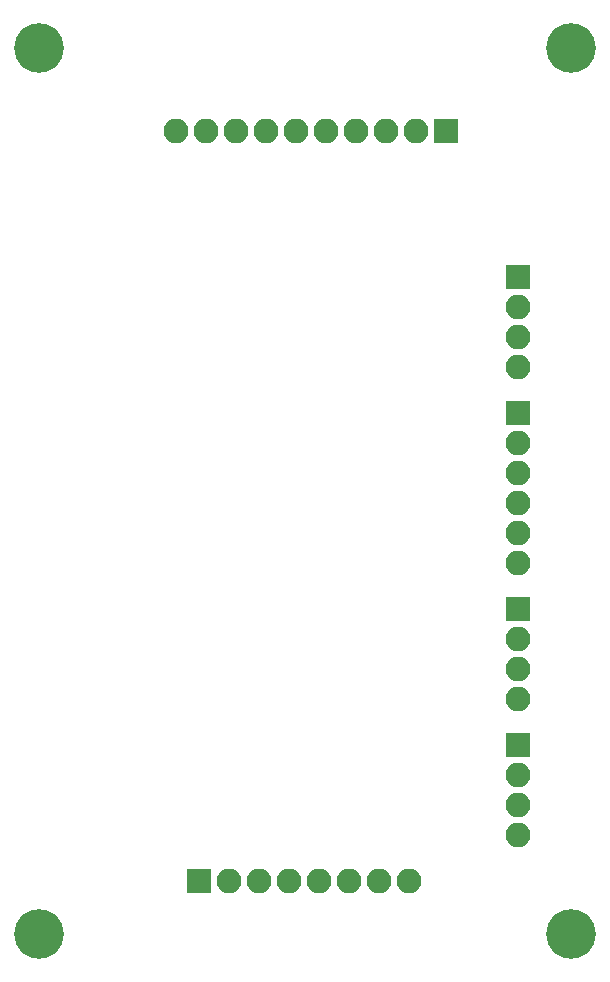
<source format=gbr>
G04 #@! TF.GenerationSoftware,KiCad,Pcbnew,(5.0.0)*
G04 #@! TF.CreationDate,2018-10-11T21:50:58+05:00*
G04 #@! TF.ProjectId,Dev Board,44657620426F6172642E6B696361645F,rev?*
G04 #@! TF.SameCoordinates,Original*
G04 #@! TF.FileFunction,Soldermask,Bot*
G04 #@! TF.FilePolarity,Negative*
%FSLAX46Y46*%
G04 Gerber Fmt 4.6, Leading zero omitted, Abs format (unit mm)*
G04 Created by KiCad (PCBNEW (5.0.0)) date 10/11/18 21:50:58*
%MOMM*%
%LPD*%
G01*
G04 APERTURE LIST*
%ADD10C,4.200000*%
%ADD11R,2.100000X2.100000*%
%ADD12O,2.100000X2.100000*%
G04 APERTURE END LIST*
D10*
G04 #@! TO.C,*
X174500000Y-149900000D03*
G04 #@! TD*
G04 #@! TO.C,*
X174500000Y-74900000D03*
G04 #@! TD*
G04 #@! TO.C,*
X129500000Y-74900000D03*
G04 #@! TD*
G04 #@! TO.C,*
X129500000Y-149900000D03*
G04 #@! TD*
D11*
G04 #@! TO.C,J1*
X143050000Y-145400000D03*
D12*
X145590000Y-145400000D03*
X148130000Y-145400000D03*
X150670000Y-145400000D03*
X153210000Y-145400000D03*
X155750000Y-145400000D03*
X158290000Y-145400000D03*
X160830000Y-145400000D03*
G04 #@! TD*
G04 #@! TO.C,J2*
X170000000Y-130020000D03*
X170000000Y-127480000D03*
X170000000Y-124940000D03*
D11*
X170000000Y-122400000D03*
G04 #@! TD*
G04 #@! TO.C,J3*
X170000000Y-133900000D03*
D12*
X170000000Y-136440000D03*
X170000000Y-138980000D03*
X170000000Y-141520000D03*
G04 #@! TD*
D11*
G04 #@! TO.C,J4*
X170000000Y-105820000D03*
D12*
X170000000Y-108360000D03*
X170000000Y-110900000D03*
X170000000Y-113440000D03*
X170000000Y-115980000D03*
X170000000Y-118520000D03*
G04 #@! TD*
D11*
G04 #@! TO.C,J5*
X170000000Y-94320000D03*
D12*
X170000000Y-96860000D03*
X170000000Y-99400000D03*
X170000000Y-101940000D03*
G04 #@! TD*
D11*
G04 #@! TO.C,J6*
X163910000Y-81900000D03*
D12*
X161370000Y-81900000D03*
X158830000Y-81900000D03*
X156290000Y-81900000D03*
X153750000Y-81900000D03*
X151210000Y-81900000D03*
X148670000Y-81900000D03*
X146130000Y-81900000D03*
X143590000Y-81900000D03*
X141050000Y-81900000D03*
G04 #@! TD*
M02*

</source>
